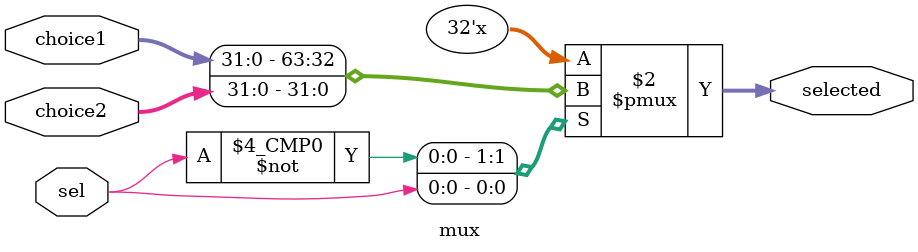
<source format=v>
`timescale 1ns / 1ns
module mux (input sel,input[31:0] choice1,choice2,output reg [31:0] selected);
always@(*)
begin
    case (sel)
        1'b0:selected<=choice1;
        1'b1:selected<=choice2; 
        default: selected=0;
    endcase
end
endmodule
</source>
